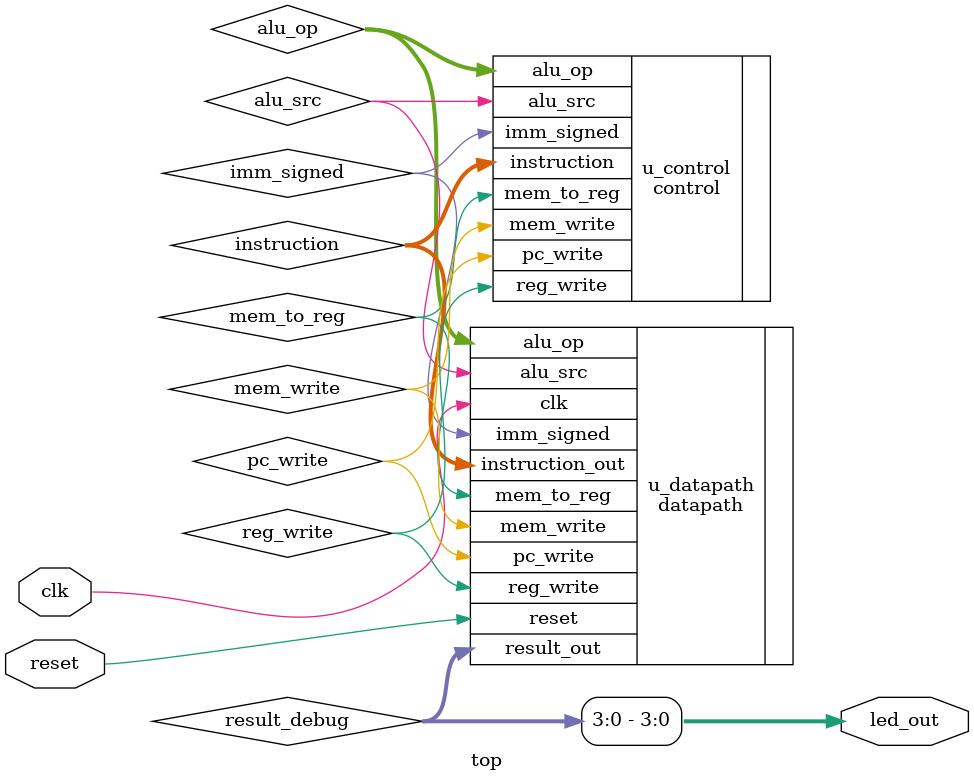
<source format=v>
module top (
    input  wire clk,
    input  wire reset,
    output wire [3:0] led_out          // LSB shows the last 4 bits
);

    wire [7:0] result_debug;
    wire [7:0] instruction;

    wire reg_write, mem_write, alu_src, pc_write, mem_to_reg, imm_signed;
    wire [2:0] alu_op;

    datapath u_datapath (
        .clk(clk),
        .reset(reset),
        .reg_write(reg_write),
        .mem_write(mem_write),
        .alu_src(alu_src),
        .pc_write(pc_write),
        .alu_op(alu_op),
        .mem_to_reg(mem_to_reg),
        .instruction_out(instruction),
        .result_out(result_debug),
        .imm_signed(imm_signed)
    );

    control u_control (
        .instruction(instruction),
        .reg_write(reg_write),
        .mem_write(mem_write),
        .alu_src(alu_src),
        .pc_write(pc_write),
        .alu_op(alu_op),
        .mem_to_reg(mem_to_reg),
        .imm_signed(imm_signed)
    );

    assign led_out = result_debug[3:0]; 
endmodule
</source>
